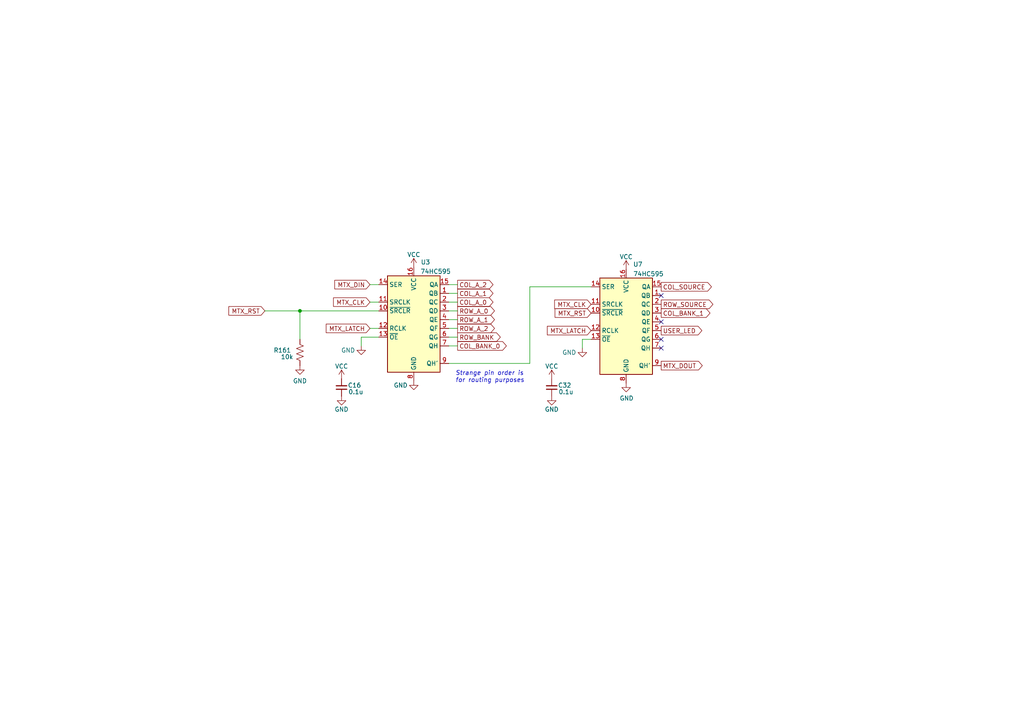
<source format=kicad_sch>
(kicad_sch (version 20211123) (generator eeschema)
  (paper "A4")
  (title_block (title "Luminator MAX3000 Custom Driver Board") (date "2023-03-21") (rev "E"))
  (lib_symbols
    (symbol "74xx:74HC595"
      (property "Reference" "U" (at -7.62 13.97 0))
      (property "Value" "74HC595" (at -7.62 -16.51 0))
      (symbol "74HC595_1_0"
        (pin tri_state line (at 10.16 7.62 180) (length 2.54) (name "QB") (number "1"))
        (pin input line (at -10.16 2.54 0) (length 2.54) (name "~{SRCLR}") (number "10"))
        (pin input line (at -10.16 5.08 0) (length 2.54) (name "SRCLK") (number "11"))
        (pin input line (at -10.16 -2.54 0) (length 2.54) (name "RCLK") (number "12"))
        (pin input line (at -10.16 -5.08 0) (length 2.54) (name "~{OE}") (number "13"))
        (pin input line (at -10.16 10.16 0) (length 2.54) (name "SER") (number "14"))
        (pin tri_state line (at 10.16 10.16 180) (length 2.54) (name "QA") (number "15"))
        (pin power_in line (at 0 15.24 270) (length 2.54) (name "VCC") (number "16"))
        (pin tri_state line (at 10.16 5.08 180) (length 2.54) (name "QC") (number "2"))
        (pin tri_state line (at 10.16 2.54 180) (length 2.54) (name "QD") (number "3"))
        (pin tri_state line (at 10.16 0 180) (length 2.54) (name "QE") (number "4"))
        (pin tri_state line (at 10.16 -2.54 180) (length 2.54) (name "QF") (number "5"))
        (pin tri_state line (at 10.16 -5.08 180) (length 2.54) (name "QG") (number "6"))
        (pin tri_state line (at 10.16 -7.62 180) (length 2.54) (name "QH") (number "7"))
        (pin power_in line (at 0 -17.78 90) (length 2.54) (name "GND") (number "8"))
        (pin output line (at 10.16 -12.7 180) (length 2.54) (name "QH'") (number "9"))
      )
      (symbol "74HC595_1_1"
        (rectangle (start -7.62 12.7) (end 7.62 -15.24) (stroke (width 0.254)) (fill (type background)))
      )
    )
    (symbol "Device:C_Small" (pin_numbers hide) (pin_names (offset 0.254) hide)
      (property "Reference" "C" (at 0.254 1.778 0))
      (property "Value" "C_Small" (at 0.254 -2.032 0))
      (symbol "C_Small_0_1"
        (polyline (pts (xy -1.524 -0.508) (xy 1.524 -0.508)) (stroke (width 0.3302)))
        (polyline (pts (xy -1.524 0.508) (xy 1.524 0.508)) (stroke (width 0.3048)))
      )
      (symbol "C_Small_1_1"
        (pin passive line (at 0 2.54 270) (length 2.032) (name "~") (number "1"))
        (pin passive line (at 0 -2.54 90) (length 2.032) (name "~") (number "2"))
      )
    )
    (symbol "Device:R_US" (pin_numbers hide) (pin_names (offset 0))
      (property "Reference" "R" (at 2.54 0 90))
      (property "Value" "R_US" (at -2.54 0 90))
      (symbol "R_US_0_1"
        (polyline (pts (xy 0 -2.286) (xy 0 -2.54)))
        (polyline (pts (xy 0 2.286) (xy 0 2.54)))
        (polyline (pts (xy 0 -0.762) (xy 1.016 -1.143) (xy 0 -1.524) (xy -1.016 -1.905) (xy 0 -2.286)))
        (polyline (pts (xy 0 0.762) (xy 1.016 0.381) (xy 0 0) (xy -1.016 -0.381) (xy 0 -0.762)))
        (polyline (pts (xy 0 2.286) (xy 1.016 1.905) (xy 0 1.524) (xy -1.016 1.143) (xy 0 0.762)))
      )
      (symbol "R_US_1_1"
        (pin passive line (at 0 3.81 270) (length 1.27) (name "~") (number "1"))
        (pin passive line (at 0 -3.81 90) (length 1.27) (name "~") (number "2"))
      )
    )
    (symbol "power:GND" (power) (pin_names (offset 0))
      (property "Value" "GND" (at 0 -3.81 0))
      (symbol "GND_0_1"
        (polyline (pts (xy 0 0) (xy 0 -1.27) (xy 1.27 -1.27) (xy 0 -2.54) (xy -1.27 -1.27) (xy 0 -1.27)))
      )
      (symbol "GND_1_1"
        (pin power_in line (at 0 0 270) (length 0) hide (name "GND") (number "1"))
      )
    )
    (symbol "power:VCC" (power) (pin_names (offset 0))
      (property "Value" "VCC" (at 0 3.81 0))
      (symbol "VCC_0_1"
        (polyline (pts (xy -0.762 1.27) (xy 0 2.54)))
        (polyline (pts (xy 0 0) (xy 0 2.54)))
        (polyline (pts (xy 0 2.54) (xy 0.762 1.27)))
      )
      (symbol "VCC_1_1"
        (pin power_in line (at 0 0 90) (length 0) hide (name "VCC") (number "1"))
      )
    )
  )
  (junction (at 86.995 90.17))
  (no_connect (at 191.77 85.725))
  (no_connect (at 191.77 100.965))
  (no_connect (at 191.77 98.425))
  (no_connect (at 191.77 93.345))
  (wire (pts (xy 107.315 95.25) (xy 109.855 95.25)))
  (wire (pts (xy 104.775 97.79) (xy 109.855 97.79)))
  (wire (pts (xy 132.715 90.17) (xy 130.175 90.17)))
  (wire (pts (xy 153.67 105.41) (xy 153.67 83.185)))
  (wire (pts (xy 76.835 90.17) (xy 86.995 90.17)))
  (wire (pts (xy 132.715 82.55) (xy 130.175 82.55)))
  (wire (pts (xy 153.67 83.185) (xy 171.45 83.185)))
  (wire (pts (xy 132.715 97.79) (xy 130.175 97.79)))
  (wire (pts (xy 104.775 97.79) (xy 104.775 100.33)))
  (wire (pts (xy 171.45 98.425) (xy 168.91 98.425)))
  (wire (pts (xy 86.995 90.17) (xy 109.855 90.17)))
  (wire (pts (xy 132.715 92.71) (xy 130.175 92.71)))
  (wire (pts (xy 107.315 87.63) (xy 109.855 87.63)))
  (wire (pts (xy 107.315 82.55) (xy 109.855 82.55)))
  (wire (pts (xy 86.995 90.17) (xy 86.995 98.425)))
  (wire (pts (xy 132.715 95.25) (xy 130.175 95.25)))
  (wire (pts (xy 132.715 87.63) (xy 130.175 87.63)))
  (wire (pts (xy 132.715 100.33) (xy 130.175 100.33)))
  (wire (pts (xy 168.91 98.425) (xy 168.91 100.965)))
  (wire (pts (xy 132.715 85.09) (xy 130.175 85.09)))
  (wire (pts (xy 130.175 105.41) (xy 153.67 105.41)))
  (text "Strange pin order is \nfor routing purposes" (at 132.08 111.125 0) (effects (font (size 1.27 1.27) italic) (justify left bottom)))
  (global_label "USER_LED" (shape output) (at 191.77 95.885 0) (property "Intersheet References" "${INTERSHEET_REFS}" (effects hide)))
  (global_label "COL_BANK_1" (shape output) (at 191.77 90.805 0) (property "Intersheet References" "${INTERSHEET_REFS}" (effects hide)))
  (global_label "MTX_RST" (shape input) (at 76.835 90.17 180) (property "Intersheet References" "${INTERSHEET_REFS}" (effects hide)))
  (global_label "MTX_CLK" (shape input) (at 171.45 88.265 180) (property "Intersheet References" "${INTERSHEET_REFS}" (effects hide)))
  (global_label "COL_A_0" (shape output) (at 132.715 87.63 0) (property "Intersheet References" "${INTERSHEET_REFS}" (effects hide)))
  (global_label "MTX_CLK" (shape input) (at 107.315 87.63 180) (property "Intersheet References" "${INTERSHEET_REFS}" (effects hide)))
  (global_label "ROW_SOURCE" (shape output) (at 191.77 88.265 0) (property "Intersheet References" "${INTERSHEET_REFS}" (effects hide)))
  (global_label "MTX_LATCH" (shape input) (at 107.315 95.25 180) (property "Intersheet References" "${INTERSHEET_REFS}" (effects hide)))
  (global_label "COL_A_1" (shape output) (at 132.715 85.09 0) (property "Intersheet References" "${INTERSHEET_REFS}" (effects hide)))
  (global_label "ROW_A_1" (shape output) (at 132.715 92.71 0) (property "Intersheet References" "${INTERSHEET_REFS}" (effects hide)))
  (global_label "MTX_RST" (shape input) (at 171.45 90.805 180) (property "Intersheet References" "${INTERSHEET_REFS}" (effects hide)))
  (global_label "MTX_LATCH" (shape input) (at 171.45 95.885 180) (property "Intersheet References" "${INTERSHEET_REFS}" (effects hide)))
  (global_label "COL_A_2" (shape output) (at 132.715 82.55 0) (property "Intersheet References" "${INTERSHEET_REFS}" (effects hide)))
  (global_label "ROW_A_2" (shape output) (at 132.715 95.25 0) (property "Intersheet References" "${INTERSHEET_REFS}" (effects hide)))
  (global_label "ROW_A_0" (shape output) (at 132.715 90.17 0) (property "Intersheet References" "${INTERSHEET_REFS}" (effects hide)))
  (global_label "ROW_BANK" (shape output) (at 132.715 97.79 0) (property "Intersheet References" "${INTERSHEET_REFS}" (effects hide)))
  (global_label "MTX_DOUT" (shape output) (at 191.77 106.045 0) (property "Intersheet References" "${INTERSHEET_REFS}" (effects hide)))
  (global_label "COL_SOURCE" (shape output) (at 191.77 83.185 0) (property "Intersheet References" "${INTERSHEET_REFS}" (effects hide)))
  (global_label "MTX_DIN" (shape input) (at 107.315 82.55 180) (property "Intersheet References" "${INTERSHEET_REFS}" (effects hide)))
  (global_label "COL_BANK_0" (shape output) (at 132.715 100.33 0) (property "Intersheet References" "${INTERSHEET_REFS}" (effects hide)))
  (symbol (lib_id "Device:R_US") (at 86.995 102.235 180) (unit 1)
    (property "Reference" "R161" (at 84.455 101.6 0) (effects (justify left)))
    (property "Value" "10k" (at 85.09 103.505 0) (effects (justify left)))
    (property "Footprint" "Resistor_SMD:R_0603_1608Metric" (effects hide))
    (property "LCSC" "C25804" (effects hide))
    (property "Digikey" "RMCF0603JT10K0CT-ND" (effects hide))
  )
  (symbol (lib_id "power:GND") (at 120.015 110.49 0) (mirror y) (unit 1)
    (property "Reference" "#PWR0253" (effects hide))
    (property "Value" "GND" (at 116.205 111.76 0))
  )
  (symbol (lib_id "Device:C_Small") (at 99.06 112.395 180) (unit 1)
    (property "Reference" "C16" (at 104.775 111.76 0) (effects (justify left)))
    (property "Value" "0.1u" (at 105.41 113.665 0) (effects (justify left)))
    (property "Footprint" "Capacitor_SMD:C_0603_1608Metric" (effects hide))
    (property "LCSC" "C14663" (effects hide))
    (property "Digikey" "311-1344-1-ND" (effects hide))
  )
  (symbol (lib_id "power:VCC") (at 181.61 78.105 0) (unit 1)
    (property "Reference" "#PWR0151" (effects hide))
    (property "Value" "VCC" (at 181.61 74.5005 0))
  )
  (symbol (lib_id "power:GND") (at 99.06 114.935 0) (mirror y) (unit 1)
    (property "Reference" "#PWR033" (effects hide))
    (property "Value" "GND" (at 99.06 118.745 0))
  )
  (symbol (lib_id "power:VCC") (at 120.015 77.47 0) (unit 1)
    (property "Reference" "#PWR0154" (effects hide))
    (property "Value" "VCC" (at 120.015 73.8655 0))
  )
  (symbol (lib_id "74xx:74HC595") (at 181.61 93.345 0) (unit 1)
    (property "Reference" "U7" (at 183.6294 76.6785 0) (effects (justify left)))
    (property "Value" "74HC595" (at 183.6294 79.4536 0) (effects (justify left)))
    (property "Footprint" "Package_SO:SOIC-16_3.9x9.9mm_P1.27mm" (effects hide))
    (property "Datasheet" "http://www.ti.com/lit/ds/symlink/sn74hc595.pdf" (effects hide))
    (property "LCSC" "C5947" (effects hide))
    (property "Digikey" "74HC595DCT-ND" (effects hide))
  )
  (symbol (lib_id "Device:C_Small") (at 160.02 112.395 180) (unit 1)
    (property "Reference" "C32" (at 165.735 111.76 0) (effects (justify left)))
    (property "Value" "0.1u" (at 166.37 113.665 0) (effects (justify left)))
    (property "Footprint" "Capacitor_SMD:C_0603_1608Metric" (effects hide))
    (property "LCSC" "C14663" (effects hide))
    (property "Digikey" "311-1344-1-ND" (effects hide))
  )
  (symbol (lib_id "power:GND") (at 86.995 106.045 0) (unit 1)
    (property "Reference" "#PWR047" (effects hide))
    (property "Value" "GND" (at 86.995 110.49 0))
  )
  (symbol (lib_id "power:VCC") (at 99.06 109.855 0) (unit 1)
    (property "Reference" "#PWR0152" (effects hide))
    (property "Value" "VCC" (at 99.06 106.2505 0))
  )
  (symbol (lib_id "74xx:74HC595") (at 120.015 92.71 0) (unit 1)
    (property "Reference" "U3" (at 122.0344 76.0435 0) (effects (justify left)))
    (property "Value" "74HC595" (at 121.92 78.74 0) (effects (justify left)))
    (property "Footprint" "Package_SO:SOIC-16_3.9x9.9mm_P1.27mm" (effects hide))
    (property "Datasheet" "http://www.ti.com/lit/ds/symlink/sn74hc595.pdf" (effects hide))
    (property "LCSC" "C5947" (effects hide))
    (property "Digikey" "74HC595DCT-ND" (effects hide))
  )
  (symbol (lib_id "power:GND") (at 181.61 111.125 0) (unit 1)
    (property "Reference" "#PWR034" (effects hide))
    (property "Value" "GND" (at 181.737 115.5192 0))
  )
  (symbol (lib_id "power:VCC") (at 160.02 109.855 0) (unit 1)
    (property "Reference" "#PWR0153" (effects hide))
    (property "Value" "VCC" (at 160.02 106.2505 0))
  )
  (symbol (lib_id "power:GND") (at 104.775 100.33 0) (mirror y) (unit 1)
    (property "Reference" "#PWR0252" (effects hide))
    (property "Value" "GND" (at 100.965 101.6 0))
  )
  (symbol (lib_id "power:GND") (at 168.91 100.965 0) (mirror y) (unit 1)
    (property "Reference" "#PWR0255" (effects hide))
    (property "Value" "GND" (at 165.1 102.235 0))
  )
  (symbol (lib_id "power:GND") (at 160.02 114.935 0) (mirror y) (unit 1)
    (property "Reference" "#PWR0239" (effects hide))
    (property "Value" "GND" (at 160.02 118.745 0))
  )
)
</source>
